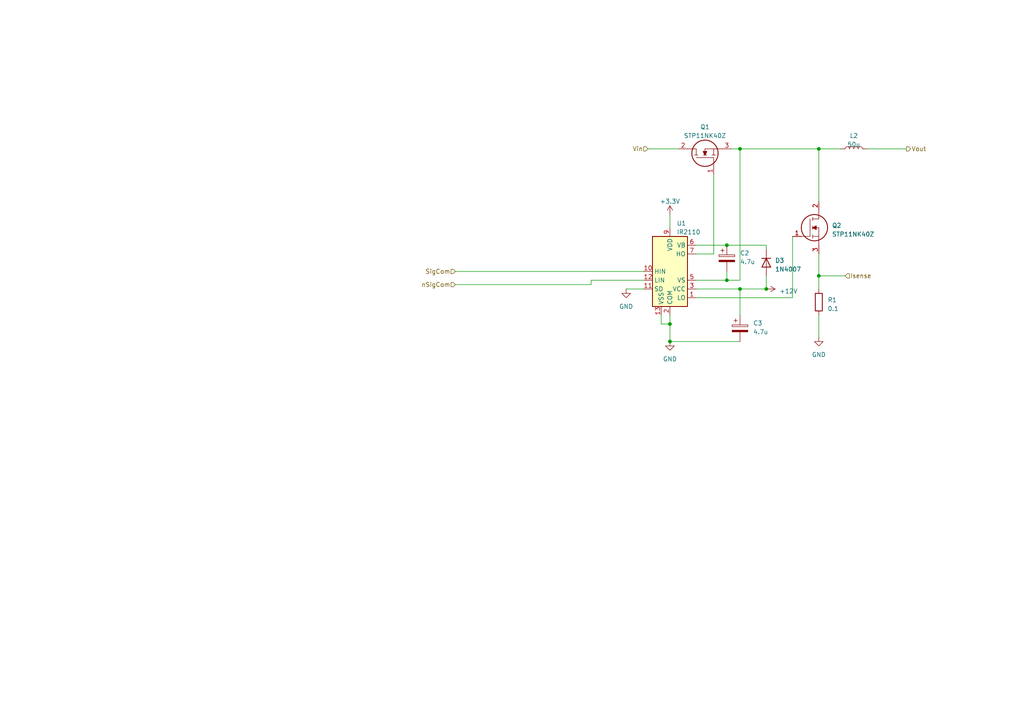
<source format=kicad_sch>
(kicad_sch (version 20230121) (generator eeschema)
  (paper "A4")
  (lib_symbols
    (symbol "Device:C_Polarized" (pin_numbers hide) (pin_names (offset 0.254))
      (property "Reference" "C" (at 0.635 2.54 0))
      (property "Value" "C_Polarized" (at 0.635 -2.54 0))
      (symbol "C_Polarized_0_1"
        (rectangle (start -2.286 0.508) (end 2.286 1.016))
        (polyline (pts (xy -1.778 2.286) (xy -0.762 2.286)))
        (polyline (pts (xy -1.27 2.794) (xy -1.27 1.778)))
        (rectangle (start 2.286 -0.508) (end -2.286 -1.016) (fill (type outline)))
      )
      (symbol "C_Polarized_1_1"
        (pin passive line (at 0 3.81 270) (length 2.794) (name "~") (number "1"))
        (pin passive line (at 0 -3.81 90) (length 2.794) (name "~") (number "2"))
      )
    )
    (symbol "Device:L" (pin_numbers hide) (pin_names (offset 1.016) hide)
      (property "Reference" "L" (at -1.27 0 90))
      (property "Value" "L" (at 1.905 0 90))
      (symbol "L_0_1"
        (arc (start 0 -2.54) (mid 0.6323 -1.905) (end 0 -1.27))
        (arc (start 0 -1.27) (mid 0.6323 -0.635) (end 0 0))
        (arc (start 0 0) (mid 0.6323 0.635) (end 0 1.27))
        (arc (start 0 1.27) (mid 0.6323 1.905) (end 0 2.54))
      )
      (symbol "L_1_1"
        (pin passive line (at 0 3.81 270) (length 1.27) (name "1") (number "1"))
        (pin passive line (at 0 -3.81 90) (length 1.27) (name "2") (number "2"))
      )
    )
    (symbol "Device:R" (pin_numbers hide) (pin_names (offset 0))
      (property "Reference" "R" (at 2.032 0 90))
      (property "Value" "R" (at 0 0 90))
      (symbol "R_0_1"
        (rectangle (start -1.016 -2.54) (end 1.016 2.54) (stroke (width 0.254)))
      )
      (symbol "R_1_1"
        (pin passive line (at 0 3.81 270) (length 1.27) (name "~") (number "1"))
        (pin passive line (at 0 -3.81 90) (length 1.27) (name "~") (number "2"))
      )
    )
    (symbol "Diode:1N4007" (pin_numbers hide) (pin_names hide)
      (property "Reference" "D" (at 0 2.54 0))
      (property "Value" "1N4007" (at 0 -2.54 0))
      (symbol "1N4007_0_1"
        (polyline (pts (xy -1.27 1.27) (xy -1.27 -1.27)) (stroke (width 0.254)))
        (polyline (pts (xy 1.27 0) (xy -1.27 0)))
        (polyline (pts (xy 1.27 1.27) (xy 1.27 -1.27) (xy -1.27 0) (xy 1.27 1.27)) (stroke (width 0.254)))
      )
      (symbol "1N4007_1_1"
        (pin passive line (at -3.81 0 0) (length 2.54) (name "K") (number "1"))
        (pin passive line (at 3.81 0 180) (length 2.54) (name "A") (number "2"))
      )
    )
    (symbol "Driver_FET:IR2110"
      (property "Reference" "U" (at 1.27 13.335 0))
      (property "Value" "IR2110" (at 1.27 11.43 0))
      (symbol "IR2110_0_1"
        (rectangle (start -5.08 -10.16) (end 5.08 10.16) (stroke (width 0.254)) (fill (type background)))
      )
      (symbol "IR2110_1_1"
        (pin output line (at 7.62 -7.62 180) (length 2.54) (name "LO") (number "1"))
        (pin input line (at -7.62 0 0) (length 2.54) (name "HIN") (number "10"))
        (pin input line (at -7.62 -5.08 0) (length 2.54) (name "SD") (number "11"))
        (pin input line (at -7.62 -2.54 0) (length 2.54) (name "LIN") (number "12"))
        (pin power_in line (at -2.54 -12.7 90) (length 2.54) (name "VSS") (number "13"))
        (pin no_connect line (at -5.08 2.54 0) (length 2.54) hide (name "NC") (number "14"))
        (pin power_in line (at 0 -12.7 90) (length 2.54) (name "COM") (number "2"))
        (pin power_in line (at 7.62 -5.08 180) (length 2.54) (name "VCC") (number "3"))
        (pin no_connect line (at -5.08 7.62 0) (length 2.54) hide (name "NC") (number "4"))
        (pin passive line (at 7.62 -2.54 180) (length 2.54) (name "VS") (number "5"))
        (pin passive line (at 7.62 7.62 180) (length 2.54) (name "VB") (number "6"))
        (pin output line (at 7.62 5.08 180) (length 2.54) (name "HO") (number "7"))
        (pin no_connect line (at -5.08 5.08 0) (length 2.54) hide (name "NC") (number "8"))
        (pin power_in line (at 0 12.7 270) (length 2.54) (name "VDD") (number "9"))
      )
    )
    (symbol "ProjLib:STP11NK40Z" (pin_names (offset 0.762))
      (property "Reference" "Q" (at 11.43 3.81 0))
      (property "Value" "STP11NK40Z" (at 11.43 1.27 0))
      (symbol "STP11NK40Z_0_0"
        (pin passive line (at 0 0 0) (length 2.54) (name "~") (number "1"))
        (pin passive line (at 7.62 10.16 270) (length 2.54) (name "~") (number "2"))
        (pin passive line (at 7.62 -5.08 90) (length 2.54) (name "~") (number "3"))
      )
      (symbol "STP11NK40Z_0_1"
        (polyline (pts (xy 5.842 -0.508) (xy 5.842 0.508)) (stroke (width 0.1524)))
        (polyline (pts (xy 5.842 0) (xy 7.62 0)) (stroke (width 0.1524)))
        (polyline (pts (xy 5.842 2.032) (xy 5.842 3.048)) (stroke (width 0.1524)))
        (polyline (pts (xy 5.842 5.588) (xy 5.842 4.572)) (stroke (width 0.1524)))
        (polyline (pts (xy 7.62 2.54) (xy 5.842 2.54)) (stroke (width 0.1524)))
        (polyline (pts (xy 7.62 2.54) (xy 7.62 -2.54)) (stroke (width 0.1524)))
        (polyline (pts (xy 7.62 5.08) (xy 5.842 5.08)) (stroke (width 0.1524)))
        (polyline (pts (xy 7.62 5.08) (xy 7.62 7.62)) (stroke (width 0.1524)))
        (polyline (pts (xy 2.54 0) (xy 5.08 0) (xy 5.08 5.08)) (stroke (width 0.1524)))
        (polyline (pts (xy 5.842 2.54) (xy 6.858 3.048) (xy 6.858 2.032) (xy 5.842 2.54)) (stroke (width 0.254)) (fill (type outline)))
        (circle (center 6.35 2.54) (radius 3.81) (stroke (width 0.254)))
      )
    )
    (symbol "power:+12V" (power) (pin_names (offset 0))
      (property "Value" "+12V" (at 0 3.556 0))
      (symbol "+12V_0_1"
        (polyline (pts (xy -0.762 1.27) (xy 0 2.54)))
        (polyline (pts (xy 0 0) (xy 0 2.54)))
        (polyline (pts (xy 0 2.54) (xy 0.762 1.27)))
      )
      (symbol "+12V_1_1"
        (pin power_in line (at 0 0 90) (length 0) hide (name "+12V") (number "1"))
      )
    )
    (symbol "power:+3.3V" (power) (pin_names (offset 0))
      (property "Value" "+3.3V" (at 0 3.556 0))
      (symbol "+3.3V_0_1"
        (polyline (pts (xy -0.762 1.27) (xy 0 2.54)))
        (polyline (pts (xy 0 0) (xy 0 2.54)))
        (polyline (pts (xy 0 2.54) (xy 0.762 1.27)))
      )
      (symbol "+3.3V_1_1"
        (pin power_in line (at 0 0 90) (length 0) hide (name "+3.3V") (number "1"))
      )
    )
    (symbol "power:GND" (power) (pin_names (offset 0))
      (property "Value" "GND" (at 0 -3.81 0))
      (symbol "GND_0_1"
        (polyline (pts (xy 0 0) (xy 0 -1.27) (xy 1.27 -1.27) (xy 0 -2.54) (xy -1.27 -1.27) (xy 0 -1.27)))
      )
      (symbol "GND_1_1"
        (pin power_in line (at 0 0 270) (length 0) hide (name "GND") (number "1"))
      )
    )
  )
  (junction (at 237.49 80.01))
  (junction (at 237.49 43.18))
  (junction (at 194.31 93.98))
  (junction (at 210.82 81.28))
  (junction (at 210.82 71.12))
  (junction (at 214.63 43.18))
  (junction (at 214.63 83.82))
  (junction (at 194.31 99.06))
  (junction (at 222.25 83.82))
  (wire (pts (xy 194.31 99.06) (xy 214.63 99.06)))
  (wire (pts (xy 237.49 91.44) (xy 237.49 97.79)))
  (wire (pts (xy 207.01 50.8) (xy 207.01 73.66)))
  (wire (pts (xy 237.49 43.18) (xy 237.49 58.42)))
  (wire (pts (xy 222.25 71.12) (xy 210.82 71.12)))
  (wire (pts (xy 222.25 72.39) (xy 222.25 71.12)))
  (wire (pts (xy 262.89 43.18) (xy 251.46 43.18)))
  (wire (pts (xy 201.93 81.28) (xy 210.82 81.28)))
  (wire (pts (xy 229.87 86.36) (xy 229.87 68.58)))
  (wire (pts (xy 201.93 86.36) (xy 229.87 86.36)))
  (wire (pts (xy 191.77 93.98) (xy 194.31 93.98)))
  (wire (pts (xy 210.82 81.28) (xy 214.63 81.28)))
  (wire (pts (xy 171.45 82.55) (xy 171.45 81.28)))
  (wire (pts (xy 237.49 43.18) (xy 214.63 43.18)))
  (wire (pts (xy 194.31 93.98) (xy 194.31 99.06)))
  (wire (pts (xy 201.93 73.66) (xy 207.01 73.66)))
  (wire (pts (xy 245.11 80.01) (xy 237.49 80.01)))
  (wire (pts (xy 214.63 43.18) (xy 214.63 81.28)))
  (wire (pts (xy 222.25 83.82) (xy 214.63 83.82)))
  (wire (pts (xy 132.08 78.74) (xy 186.69 78.74)))
  (wire (pts (xy 132.08 82.55) (xy 171.45 82.55)))
  (wire (pts (xy 222.25 80.01) (xy 222.25 83.82)))
  (wire (pts (xy 214.63 83.82) (xy 201.93 83.82)))
  (wire (pts (xy 214.63 43.18) (xy 212.09 43.18)))
  (wire (pts (xy 210.82 78.74) (xy 210.82 81.28)))
  (wire (pts (xy 194.31 62.23) (xy 194.31 66.04)))
  (wire (pts (xy 171.45 81.28) (xy 186.69 81.28)))
  (wire (pts (xy 237.49 43.18) (xy 243.84 43.18)))
  (wire (pts (xy 237.49 73.66) (xy 237.49 80.01)))
  (wire (pts (xy 187.96 43.18) (xy 196.85 43.18)))
  (wire (pts (xy 214.63 91.44) (xy 214.63 83.82)))
  (wire (pts (xy 191.77 91.44) (xy 191.77 93.98)))
  (wire (pts (xy 194.31 91.44) (xy 194.31 93.98)))
  (wire (pts (xy 237.49 80.01) (xy 237.49 83.82)))
  (wire (pts (xy 201.93 71.12) (xy 210.82 71.12)))
  (wire (pts (xy 181.61 83.82) (xy 186.69 83.82)))
  (hierarchical_label "SigCom" (shape input) (at 132.08 78.74 180))
  (hierarchical_label "Vin" (shape input) (at 187.96 43.18 180))
  (hierarchical_label "Vout" (shape output) (at 262.89 43.18 0))
  (hierarchical_label "Isense" (shape input) (at 245.11 80.01 0))
  (hierarchical_label "nSigCom" (shape input) (at 132.08 82.55 180))
  (symbol (lib_id "ProjLib:STP11NK40Z") (at 207.01 50.8 90) (unit 1)
    (property "Reference" "Q1" (at 204.47 36.83 90))
    (property "Value" "STP11NK40Z" (at 204.47 39.37 90))
    (property "Footprint" "TO255P460X1020X2008-3P" (effects hide))
    (property "Datasheet" "https://componentsearchengine.com/Datasheets/2/STP11NK40Z.pdf" (effects hide))
    (property "Description" "N-channel MOSFET,STP11NK40Z 9A 400V" (effects hide))
    (property "Height" "4.6" (effects hide))
    (property "Manufacturer_Name" "STMicroelectronics" (effects hide))
    (property "Manufacturer_Part_Number" "STP11NK40Z" (effects hide))
    (property "Mouser Part Number" "511-STP11NK40Z" (effects hide))
    (property "Mouser Price/Stock" "https://www.mouser.co.uk/ProductDetail/STMicroelectronics/STP11NK40Z?qs=mLGruWOCTdHv0iaks22itg%3D%3D" (effects hide))
    (property "Arrow Part Number" "STP11NK40Z" (effects hide))
    (property "Arrow Price/Stock" "https://www.arrow.com/en/products/stp11nk40z/stmicroelectronics" (effects hide))
    (instances (project "Alim_1000W" (path "" (reference "Q1") (unit 1)) (path "" (reference "Q4") (unit 1)) (path "" (reference "Q6") (unit 1))))
  )
  (symbol (lib_id "Driver_FET:IR2110") (at 194.31 78.74 0) (unit 1)
    (property "Reference" "U1" (at 196.2659 64.77 0) (effects (justify left)))
    (property "Value" "IR2110" (at 196.2659 67.31 0) (effects (justify left)))
    (property "Footprint" "Package_DIP:DIP-14_W7.62mm" (effects hide))
    (property "Datasheet" "https://www.infineon.com/dgdl/ir2110.pdf?fileId=5546d462533600a4015355c80333167e" (effects hide))
    (instances (project "Alim_1000W" (path "" (reference "U1") (unit 1)) (path "" (reference "U4") (unit 1)) (path "" (reference "U6") (unit 1))))
  )
  (symbol (lib_id "Device:L") (at 247.65 43.18 90) (unit 1)
    (property "Reference" "L2" (at 247.65 39.37 90))
    (property "Value" "50u" (at 247.65 41.91 90))
    (instances (project "Alim_1000W" (path "" (reference "L2") (unit 1)) (path "" (reference "L1") (unit 1)) (path "" (reference "L3") (unit 1))))
  )
  (symbol (lib_id "power:GND") (at 181.61 83.82 0) (unit 1)
    (property "Reference" "#PWR08" (effects hide))
    (property "Value" "GND" (at 181.61 88.9 0))
    (instances (project "Alim_1000W" (path "" (reference "#PWR08") (unit 1)) (path "" (reference "#PWR013") (unit 1)) (path "" (reference "#PWR018") (unit 1))))
  )
  (symbol (lib_id "power:+12V") (at 222.25 83.82 270) (unit 1)
    (property "Reference" "#PWR047" (effects hide))
    (property "Value" "+12V" (at 226.06 84.455 90) (effects (justify left)))
    (instances (project "Alim_1000W" (path "" (reference "#PWR047") (unit 1)) (path "" (reference "#PWR046") (unit 1)) (path "" (reference "#PWR048") (unit 1))))
  )
  (symbol (lib_id "Device:C_Polarized") (at 210.82 74.93 0) (unit 1)
    (property "Reference" "C2" (at 214.63 73.406 0) (effects (justify left)))
    (property "Value" "4.7u" (at 214.63 75.946 0) (effects (justify left)))
    (instances (project "Alim_1000W" (path "" (reference "C2") (unit 1)) (path "" (reference "C5") (unit 1)) (path "" (reference "C7") (unit 1))))
  )
  (symbol (lib_id "power:GND") (at 194.31 99.06 0) (unit 1)
    (property "Reference" "#PWR09" (effects hide))
    (property "Value" "GND" (at 194.31 104.14 0))
    (instances (project "Alim_1000W" (path "" (reference "#PWR09") (unit 1)) (path "" (reference "#PWR015") (unit 1)) (path "" (reference "#PWR020") (unit 1))))
  )
  (symbol (lib_id "power:+3.3V") (at 194.31 62.23 0) (unit 1)
    (property "Reference" "#PWR06" (effects hide))
    (property "Value" "+3.3V" (at 194.31 58.42 0))
    (instances (project "Alim_1000W" (path "" (reference "#PWR06") (unit 1)) (path "" (reference "#PWR014") (unit 1)) (path "" (reference "#PWR019") (unit 1))))
  )
  (symbol (lib_id "power:GND") (at 237.49 97.79 0) (unit 1)
    (property "Reference" "#PWR05" (effects hide))
    (property "Value" "GND" (at 237.49 102.87 0))
    (instances (project "Alim_1000W" (path "" (reference "#PWR05") (unit 1)) (path "" (reference "#PWR017") (unit 1)) (path "" (reference "#PWR022") (unit 1))))
  )
  (symbol (lib_id "Device:C_Polarized") (at 214.63 95.25 0) (unit 1)
    (property "Reference" "C3" (at 218.44 93.726 0) (effects (justify left)))
    (property "Value" "4.7u" (at 218.44 96.266 0) (effects (justify left)))
    (instances (project "Alim_1000W" (path "" (reference "C3") (unit 1)) (path "" (reference "C6") (unit 1)) (path "" (reference "C8") (unit 1))))
  )
  (symbol (lib_id "Device:R") (at 237.49 87.63 0) (unit 1)
    (property "Reference" "R1" (at 240.03 86.995 0) (effects (justify left)))
    (property "Value" "0.1" (at 240.03 89.535 0) (effects (justify left)))
    (instances (project "Alim_1000W" (path "" (reference "R1") (unit 1)) (path "" (reference "R4") (unit 1)) (path "" (reference "R5") (unit 1))))
  )
  (symbol (lib_id "Diode:1N4007") (at 222.25 76.2 270) (unit 1)
    (property "Reference" "D3" (at 224.79 75.565 90) (effects (justify left)))
    (property "Value" "1N4007" (at 224.79 78.105 90) (effects (justify left)))
    (property "Footprint" "Diode_THT:D_DO-41_SOD81_P10.16mm_Horizontal" (effects hide))
    (property "Datasheet" "http://www.vishay.com/docs/88503/1n4001.pdf" (effects hide))
    (property "Sim.Device" "D" (effects hide))
    (property "Sim.Pins" "1=K 2=A" (effects hide))
    (instances (project "Alim_1000W" (path "" (reference "D3") (unit 1)) (path "" (reference "D2") (unit 1)) (path "" (reference "D4") (unit 1))))
  )
  (symbol (lib_id "ProjLib:STP11NK40Z") (at 229.87 68.58 0) (unit 1)
    (property "Reference" "Q2" (at 241.3 65.405 0) (effects (justify left)))
    (property "Value" "STP11NK40Z" (at 241.3 67.945 0) (effects (justify left)))
    (property "Footprint" "TO255P460X1020X2008-3P" (effects hide))
    (property "Datasheet" "https://componentsearchengine.com/Datasheets/2/STP11NK40Z.pdf" (effects hide))
    (property "Description" "N-channel MOSFET,STP11NK40Z 9A 400V" (effects hide))
    (property "Height" "4.6" (effects hide))
    (property "Manufacturer_Name" "STMicroelectronics" (effects hide))
    (property "Manufacturer_Part_Number" "STP11NK40Z" (effects hide))
    (property "Mouser Part Number" "511-STP11NK40Z" (effects hide))
    (property "Mouser Price/Stock" "https://www.mouser.co.uk/ProductDetail/STMicroelectronics/STP11NK40Z?qs=mLGruWOCTdHv0iaks22itg%3D%3D" (effects hide))
    (property "Arrow Part Number" "STP11NK40Z" (effects hide))
    (property "Arrow Price/Stock" "https://www.arrow.com/en/products/stp11nk40z/stmicroelectronics" (effects hide))
    (instances (project "Alim_1000W" (path "" (reference "Q2") (unit 1)) (path "" (reference "Q5") (unit 1)) (path "" (reference "Q7") (unit 1))))
  )
)
</source>
